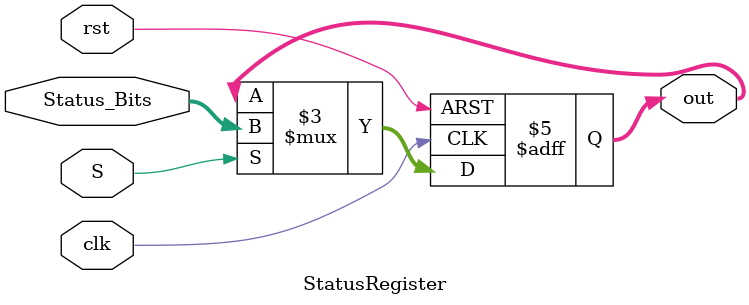
<source format=v>
module StatusRegister (
    input clk, rst, S, 
    input [3:0] Status_Bits,
    output reg [3:0] out
);
  always@(negedge clk, posedge rst) begin
    if (rst) begin
      out <= 0;
    end
    else if(S == 1'b1) begin
      out <= Status_Bits;
	  end
  end 
endmodule
</source>
